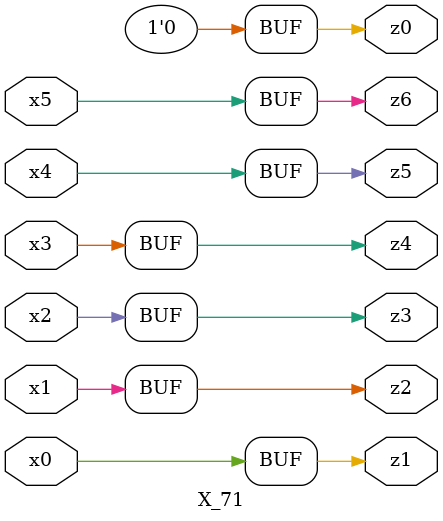
<source format=v>

module X_71 ( 
    x0, x1, x2, x3, x4, x5,
    z0, z1, z2, z3, z4, z5, z6  );
  input  x0, x1, x2, x3, x4, x5;
  output z0, z1, z2, z3, z4, z5, z6;
  assign z0 = 1'b0;
  assign z1 = x0;
  assign z2 = x1;
  assign z3 = x2;
  assign z4 = x3;
  assign z5 = x4;
  assign z6 = x5;
endmodule



</source>
